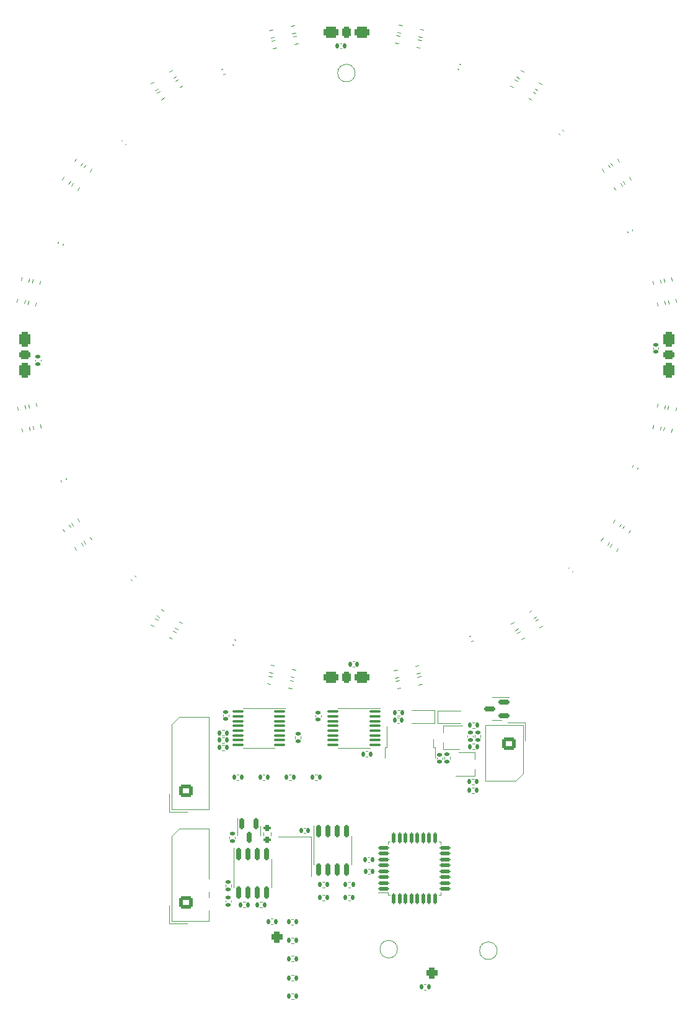
<source format=gbr>
%TF.GenerationSoftware,KiCad,Pcbnew,(6.0.11)*%
%TF.CreationDate,2024-02-10T16:44:09+09:00*%
%TF.ProjectId,IR,49522e6b-6963-4616-945f-706362585858,rev?*%
%TF.SameCoordinates,Original*%
%TF.FileFunction,Legend,Bot*%
%TF.FilePolarity,Positive*%
%FSLAX46Y46*%
G04 Gerber Fmt 4.6, Leading zero omitted, Abs format (unit mm)*
G04 Created by KiCad (PCBNEW (6.0.11)) date 2024-02-10 16:44:09*
%MOMM*%
%LPD*%
G01*
G04 APERTURE LIST*
G04 Aperture macros list*
%AMRoundRect*
0 Rectangle with rounded corners*
0 $1 Rounding radius*
0 $2 $3 $4 $5 $6 $7 $8 $9 X,Y pos of 4 corners*
0 Add a 4 corners polygon primitive as box body*
4,1,4,$2,$3,$4,$5,$6,$7,$8,$9,$2,$3,0*
0 Add four circle primitives for the rounded corners*
1,1,$1+$1,$2,$3*
1,1,$1+$1,$4,$5*
1,1,$1+$1,$6,$7*
1,1,$1+$1,$8,$9*
0 Add four rect primitives between the rounded corners*
20,1,$1+$1,$2,$3,$4,$5,0*
20,1,$1+$1,$4,$5,$6,$7,0*
20,1,$1+$1,$6,$7,$8,$9,0*
20,1,$1+$1,$8,$9,$2,$3,0*%
%AMRotRect*
0 Rectangle, with rotation*
0 The origin of the aperture is its center*
0 $1 length*
0 $2 width*
0 $3 Rotation angle, in degrees counterclockwise*
0 Add horizontal line*
21,1,$1,$2,0,0,$3*%
G04 Aperture macros list end*
%ADD10C,0.120000*%
%ADD11RoundRect,0.400000X0.176777X0.742462X-0.742462X-0.176777X-0.176777X-0.742462X0.742462X0.176777X0*%
%ADD12RoundRect,0.300000X-0.141421X0.565685X-0.565685X0.141421X0.141421X-0.565685X0.565685X-0.141421X0*%
%ADD13RotRect,1.800000X1.800000X33.750000*%
%ADD14C,1.800000*%
%ADD15RotRect,1.800000X1.800000X213.750000*%
%ADD16RoundRect,0.381000X-0.381000X0.381000X-0.381000X-0.381000X0.381000X-0.381000X0.381000X0.381000X0*%
%ADD17C,1.524000*%
%ADD18RotRect,1.800000X1.800000X191.250000*%
%ADD19RotRect,1.800000X1.800000X101.250000*%
%ADD20RotRect,1.800000X1.800000X11.300000*%
%ADD21R,1.600000X1.600000*%
%ADD22O,1.600000X1.600000*%
%ADD23RotRect,1.800000X1.800000X123.750000*%
%ADD24RoundRect,0.400000X-0.176777X-0.742462X0.742462X0.176777X0.176777X0.742462X-0.742462X-0.176777X0*%
%ADD25RoundRect,0.300000X0.141421X-0.565685X0.565685X-0.141421X-0.141421X0.565685X-0.565685X0.141421X0*%
%ADD26RotRect,1.800000X1.800000X326.250000*%
%ADD27RoundRect,0.400000X0.650000X0.400000X-0.650000X0.400000X-0.650000X-0.400000X0.650000X-0.400000X0*%
%ADD28RoundRect,0.300000X0.300000X0.500000X-0.300000X0.500000X-0.300000X-0.500000X0.300000X-0.500000X0*%
%ADD29RotRect,1.800000X1.800000X348.750000*%
%ADD30RotRect,1.800000X1.800000X146.250000*%
%ADD31RotRect,1.800000X1.800000X168.750000*%
%ADD32RotRect,1.800000X1.800000X56.250000*%
%ADD33RoundRect,0.400000X0.742462X-0.176777X-0.176777X0.742462X-0.742462X0.176777X0.176777X-0.742462X0*%
%ADD34RoundRect,0.300000X0.565685X0.141421X0.141421X0.565685X-0.565685X-0.141421X-0.141421X-0.565685X0*%
%ADD35RoundRect,0.400000X0.447448X0.618296X-0.753595X0.120808X-0.447448X-0.618296X0.753595X-0.120808X0*%
%ADD36RoundRect,0.300000X0.085822X0.576745X-0.468506X0.347135X-0.085822X-0.576745X0.468506X-0.347135X0*%
%ADD37RoundRect,0.400000X-0.742462X0.176777X0.176777X-0.742462X0.742462X-0.176777X-0.176777X0.742462X0*%
%ADD38RoundRect,0.300000X-0.565685X-0.141421X-0.141421X-0.565685X0.565685X0.141421X0.141421X0.565685X0*%
%ADD39RotRect,1.800000X1.800000X78.750000*%
%ADD40RoundRect,0.400000X-0.120808X0.753595X-0.618296X-0.447448X0.120808X-0.753595X0.618296X0.447448X0*%
%ADD41RoundRect,0.300000X-0.347135X0.468506X-0.576745X-0.085822X0.347135X-0.468506X0.576745X0.085822X0*%
%ADD42RotRect,1.800000X1.800000X236.250000*%
%ADD43RoundRect,0.400000X0.400000X-0.650000X0.400000X0.650000X-0.400000X0.650000X-0.400000X-0.650000X0*%
%ADD44RoundRect,0.300000X0.500000X-0.300000X0.500000X0.300000X-0.500000X0.300000X-0.500000X-0.300000X0*%
%ADD45RotRect,1.800000X1.800000X281.250000*%
%ADD46RoundRect,0.400000X-0.447448X-0.618296X0.753595X-0.120808X0.447448X0.618296X-0.753595X0.120808X0*%
%ADD47RoundRect,0.300000X-0.085822X-0.576745X0.468506X-0.347135X0.085822X0.576745X-0.468506X0.347135X0*%
%ADD48RotRect,1.800000X1.800000X258.750000*%
%ADD49RoundRect,0.400000X-0.753595X-0.120808X0.447448X-0.618296X0.753595X0.120808X-0.447448X0.618296X0*%
%ADD50RoundRect,0.300000X-0.468506X-0.347135X0.085822X-0.576745X0.468506X0.347135X-0.085822X0.576745X0*%
%ADD51RoundRect,0.400000X-0.400000X0.650000X-0.400000X-0.650000X0.400000X-0.650000X0.400000X0.650000X0*%
%ADD52RoundRect,0.300000X-0.500000X0.300000X-0.500000X-0.300000X0.500000X-0.300000X0.500000X0.300000X0*%
%ADD53RoundRect,0.400000X0.120808X-0.753595X0.618296X0.447448X-0.120808X0.753595X-0.618296X-0.447448X0*%
%ADD54RoundRect,0.300000X0.347135X-0.468506X0.576745X0.085822X-0.347135X0.468506X-0.576745X-0.085822X0*%
%ADD55RoundRect,0.400000X-0.618296X0.447448X-0.120808X-0.753595X0.618296X-0.447448X0.120808X0.753595X0*%
%ADD56RoundRect,0.300000X-0.576745X0.085822X-0.347135X-0.468506X0.576745X-0.085822X0.347135X0.468506X0*%
%ADD57RoundRect,0.400000X-0.650000X-0.400000X0.650000X-0.400000X0.650000X0.400000X-0.650000X0.400000X0*%
%ADD58RoundRect,0.300000X-0.300000X-0.500000X0.300000X-0.500000X0.300000X0.500000X-0.300000X0.500000X0*%
%ADD59RoundRect,0.381000X-0.381000X-0.381000X0.381000X-0.381000X0.381000X0.381000X-0.381000X0.381000X0*%
%ADD60RotRect,1.800000X1.800000X303.750000*%
%ADD61RoundRect,0.400000X0.753595X0.120808X-0.447448X0.618296X-0.753595X-0.120808X0.447448X-0.618296X0*%
%ADD62RoundRect,0.300000X0.468506X0.347135X-0.085822X0.576745X-0.468506X-0.347135X0.085822X-0.576745X0*%
%ADD63R,1.700000X1.700000*%
%ADD64O,1.700000X1.700000*%
%ADD65RoundRect,0.400000X0.618296X-0.447448X0.120808X0.753595X-0.618296X0.447448X-0.120808X-0.753595X0*%
%ADD66RoundRect,0.300000X0.576745X-0.085822X0.347135X0.468506X-0.576745X0.085822X-0.347135X-0.468506X0*%
%ADD67RoundRect,0.140000X0.219203X0.021213X0.021213X0.219203X-0.219203X-0.021213X-0.021213X-0.219203X0*%
%ADD68RoundRect,0.140000X-0.064287X-0.210635X0.194399X-0.103484X0.064287X0.210635X-0.194399X0.103484X0*%
%ADD69RoundRect,0.200000X-0.319076X-0.117540X0.013512X-0.339768X0.319076X0.117540X-0.013512X0.339768X0*%
%ADD70RoundRect,0.140000X0.140000X0.170000X-0.140000X0.170000X-0.140000X-0.170000X0.140000X-0.170000X0*%
%ADD71RoundRect,0.200000X-0.117540X0.319076X-0.339768X-0.013512X0.117540X-0.319076X0.339768X0.013512X0*%
%ADD72RoundRect,0.200000X0.319076X0.117540X-0.013512X0.339768X-0.319076X-0.117540X0.013512X-0.339768X0*%
%ADD73RoundRect,0.140000X-0.210635X0.064287X-0.103484X-0.194399X0.210635X-0.064287X0.103484X0.194399X0*%
%ADD74RoundRect,0.135000X-0.135000X-0.185000X0.135000X-0.185000X0.135000X0.185000X-0.135000X0.185000X0*%
%ADD75RoundRect,0.140000X-0.170000X0.140000X-0.170000X-0.140000X0.170000X-0.140000X0.170000X0.140000X0*%
%ADD76RoundRect,0.200000X-0.339768X0.013512X-0.117540X-0.319076X0.339768X-0.013512X0.117540X0.319076X0*%
%ADD77RoundRect,0.140000X0.194399X0.103484X-0.064287X0.210635X-0.194399X-0.103484X0.064287X-0.210635X0*%
%ADD78RoundRect,0.200000X0.339768X-0.013512X0.117540X0.319076X-0.339768X0.013512X-0.117540X-0.319076X0*%
%ADD79RoundRect,0.200000X0.249807X0.230698X-0.142507X0.308734X-0.249807X-0.230698X0.142507X-0.308734X0*%
%ADD80C,2.000000*%
%ADD81RoundRect,0.200000X0.013512X0.339768X-0.319076X0.117540X-0.013512X-0.339768X0.319076X-0.117540X0*%
%ADD82RoundRect,0.200000X-0.142507X-0.308734X0.249807X-0.230698X0.142507X0.308734X-0.249807X0.230698X0*%
%ADD83RoundRect,0.200000X0.230698X-0.249807X0.308734X0.142507X-0.230698X0.249807X-0.308734X-0.142507X0*%
%ADD84RoundRect,0.250000X0.675000X-0.600000X0.675000X0.600000X-0.675000X0.600000X-0.675000X-0.600000X0*%
%ADD85O,1.850000X1.700000*%
%ADD86RoundRect,0.200000X-0.230698X0.249807X-0.308734X-0.142507X0.230698X-0.249807X0.308734X0.142507X0*%
%ADD87RoundRect,0.200000X0.117540X-0.319076X0.339768X0.013512X-0.117540X0.319076X-0.339768X-0.013512X0*%
%ADD88RoundRect,0.140000X-0.194399X-0.103484X0.064287X-0.210635X0.194399X0.103484X-0.064287X0.210635X0*%
%ADD89RoundRect,0.135000X0.185000X-0.135000X0.185000X0.135000X-0.185000X0.135000X-0.185000X-0.135000X0*%
%ADD90RoundRect,0.135000X0.135000X0.185000X-0.135000X0.185000X-0.135000X-0.185000X0.135000X-0.185000X0*%
%ADD91RoundRect,0.140000X0.103484X-0.194399X0.210635X0.064287X-0.103484X0.194399X-0.210635X-0.064287X0*%
%ADD92R,1.000000X0.700000*%
%ADD93RoundRect,0.200000X0.142507X0.308734X-0.249807X0.230698X-0.142507X-0.308734X0.249807X-0.230698X0*%
%ADD94RoundRect,0.140000X0.064287X0.210635X-0.194399X0.103484X-0.064287X-0.210635X0.194399X-0.103484X0*%
%ADD95R,1.000000X1.000000*%
%ADD96RoundRect,0.200000X-0.308734X0.142507X-0.230698X-0.249807X0.308734X-0.142507X0.230698X0.249807X0*%
%ADD97RoundRect,0.140000X0.210635X-0.064287X0.103484X0.194399X-0.210635X0.064287X-0.103484X-0.194399X0*%
%ADD98RoundRect,0.140000X0.170000X-0.140000X0.170000X0.140000X-0.170000X0.140000X-0.170000X-0.140000X0*%
%ADD99RoundRect,0.140000X-0.021213X0.219203X-0.219203X0.021213X0.021213X-0.219203X0.219203X-0.021213X0*%
%ADD100RoundRect,0.200000X0.308734X-0.142507X0.230698X0.249807X-0.308734X0.142507X-0.230698X-0.249807X0*%
%ADD101RoundRect,0.200000X-0.275000X0.200000X-0.275000X-0.200000X0.275000X-0.200000X0.275000X0.200000X0*%
%ADD102RoundRect,0.135000X-0.185000X0.135000X-0.185000X-0.135000X0.185000X-0.135000X0.185000X0.135000X0*%
%ADD103RoundRect,0.200000X-0.013512X-0.339768X0.319076X-0.117540X0.013512X0.339768X-0.319076X0.117540X0*%
%ADD104RoundRect,0.150000X-0.150000X0.675000X-0.150000X-0.675000X0.150000X-0.675000X0.150000X0.675000X0*%
%ADD105R,1.800000X2.100000*%
%ADD106RoundRect,0.250000X-0.675000X0.600000X-0.675000X-0.600000X0.675000X-0.600000X0.675000X0.600000X0*%
%ADD107RoundRect,0.100000X0.637500X0.100000X-0.637500X0.100000X-0.637500X-0.100000X0.637500X-0.100000X0*%
%ADD108RoundRect,0.140000X-0.219203X-0.021213X-0.021213X-0.219203X0.219203X0.021213X0.021213X0.219203X0*%
%ADD109RoundRect,0.140000X-0.140000X-0.170000X0.140000X-0.170000X0.140000X0.170000X-0.140000X0.170000X0*%
%ADD110RoundRect,0.150000X-0.150000X0.587500X-0.150000X-0.587500X0.150000X-0.587500X0.150000X0.587500X0*%
%ADD111RoundRect,0.200000X-0.249807X-0.230698X0.142507X-0.308734X0.249807X0.230698X-0.142507X0.308734X0*%
%ADD112RoundRect,0.140000X-0.103484X0.194399X-0.210635X-0.064287X0.103484X-0.194399X0.210635X0.064287X0*%
%ADD113RoundRect,0.125000X-0.625000X-0.125000X0.625000X-0.125000X0.625000X0.125000X-0.625000X0.125000X0*%
%ADD114RoundRect,0.125000X-0.125000X-0.625000X0.125000X-0.625000X0.125000X0.625000X-0.125000X0.625000X0*%
%ADD115R,1.200000X2.200000*%
%ADD116R,5.800000X6.400000*%
%ADD117RoundRect,0.140000X0.021213X-0.219203X0.219203X-0.021213X-0.021213X0.219203X-0.219203X0.021213X0*%
%ADD118RoundRect,0.150000X0.587500X0.150000X-0.587500X0.150000X-0.587500X-0.150000X0.587500X-0.150000X0*%
G04 APERTURE END LIST*
D10*
%TO.C,C21*%
X108650810Y-109591692D02*
X108498307Y-109439189D01*
X108141693Y-110100809D02*
X107989190Y-109948306D01*
%TO.C,C16*%
X120332606Y-40338669D02*
X120531861Y-40256135D01*
X120608139Y-41003863D02*
X120807394Y-40921329D01*
%TO.C,R57*%
X163723013Y-42093743D02*
X164117558Y-42357370D01*
X163142442Y-42962628D02*
X163536987Y-43226255D01*
%TO.C,C25*%
X140587836Y-147849999D02*
X140372164Y-147849999D01*
X140587836Y-148569999D02*
X140372164Y-148569999D01*
%TO.C,R41*%
X173697371Y-105102441D02*
X173433744Y-105496986D01*
X174566256Y-105683012D02*
X174302629Y-106077557D01*
%TO.C,R89*%
X111673148Y-115530660D02*
X111278603Y-115267033D01*
X111092577Y-116399545D02*
X110698032Y-116135918D01*
%TO.C,C10*%
X176431330Y-62142605D02*
X176513864Y-62341860D01*
X175766136Y-62418138D02*
X175848670Y-62617393D01*
%TO.C,R104*%
X120436359Y-132259999D02*
X120743641Y-132259999D01*
X120436359Y-131499999D02*
X120743641Y-131499999D01*
%TO.C,R12*%
X134176360Y-152979999D02*
X134483642Y-152979999D01*
X134176360Y-153739999D02*
X134483642Y-153739999D01*
%TO.C,C31*%
X120600000Y-128388163D02*
X120600000Y-128603835D01*
X121320000Y-128388163D02*
X121320000Y-128603835D01*
%TO.C,R60*%
X174822629Y-55812441D02*
X175086256Y-56206986D01*
X173953744Y-56393012D02*
X174217371Y-56787557D01*
%TO.C,C22*%
X122021861Y-118903863D02*
X121822606Y-118821329D01*
X122297394Y-118238669D02*
X122098139Y-118156135D01*
%TO.C,R68*%
X172547737Y-54306925D02*
X172284110Y-53912380D01*
X173416622Y-53726354D02*
X173152995Y-53331809D01*
%TO.C,R70*%
X144716799Y-35774153D02*
X144251401Y-35681580D01*
X144512929Y-36799074D02*
X144047531Y-36706501D01*
%TO.C,TP1*%
X138630000Y-40819999D02*
G75*
G03*
X138630000Y-40819999I-1200000J0D01*
G01*
%TO.C,R40*%
X161717558Y-117912628D02*
X161323013Y-118176255D01*
X161136987Y-117043743D02*
X160742442Y-117307370D01*
%TO.C,C29*%
X120935000Y-153752163D02*
X120935000Y-153967835D01*
X121655000Y-153752163D02*
X121655000Y-153967835D01*
%TO.C,R8*%
X154646359Y-130229999D02*
X154953641Y-130229999D01*
X154646359Y-129469999D02*
X154953641Y-129469999D01*
%TO.C,R45*%
X172457371Y-104262441D02*
X172193744Y-104656986D01*
X173326256Y-104843012D02*
X173062629Y-105237557D01*
%TO.C,R47*%
X147299236Y-124288746D02*
X147764634Y-124196173D01*
X147095366Y-123263825D02*
X147560764Y-123171252D01*
%TO.C,R78*%
X94501253Y-69450763D02*
X94593826Y-68985365D01*
X95526174Y-69654633D02*
X95618747Y-69189235D01*
%TO.C,R61*%
X162899009Y-43341263D02*
X163293554Y-43604890D01*
X162318438Y-44210148D02*
X162712983Y-44473775D01*
%TO.C,J4*%
X113260000Y-156889999D02*
X113260000Y-154479999D01*
X118680000Y-156589999D02*
X113560000Y-156589999D01*
X114560000Y-143969999D02*
X118680000Y-143969999D01*
X118680000Y-143969999D02*
X118680000Y-156589999D01*
X113560000Y-144969999D02*
X114560000Y-143969999D01*
X113560000Y-156589999D02*
X113560000Y-144969999D01*
X115670000Y-156889999D02*
X113260000Y-156889999D01*
%TO.C,R42*%
X181858747Y-89369235D02*
X181766174Y-89834633D01*
X180833826Y-89165365D02*
X180741253Y-89630763D01*
%TO.C,R101*%
X114012442Y-116542628D02*
X114406987Y-116806255D01*
X114593013Y-115673743D02*
X114987558Y-115937370D01*
%TO.C,R73*%
X101129339Y-53473148D02*
X101392966Y-53078603D01*
X100260454Y-52892577D02*
X100524081Y-52498032D01*
%TO.C,C12*%
X152576068Y-40215017D02*
X152775323Y-40297551D01*
X152851601Y-39549823D02*
X153050856Y-39632357D01*
%TO.C,R38*%
X121680000Y-151903640D02*
X121680000Y-151596358D01*
X120920000Y-151903640D02*
X120920000Y-151596358D01*
%TO.C,R10*%
X127393641Y-156269999D02*
X127086359Y-156269999D01*
X127393641Y-157029999D02*
X127086359Y-157029999D01*
%TO.C,C18*%
X98671330Y-64327393D02*
X98753864Y-64128138D01*
X98006136Y-64051860D02*
X98088670Y-63852605D01*
%TO.C,R109*%
X133126360Y-137319998D02*
X133433642Y-137319998D01*
X133126360Y-136559998D02*
X133433642Y-136559998D01*
%TO.C,R56*%
X176066907Y-54992863D02*
X176330534Y-55387408D01*
X175198022Y-55573434D02*
X175461649Y-55967979D01*
%TO.C,R35*%
X122200000Y-145338640D02*
X122200000Y-145031358D01*
X121440000Y-145338640D02*
X121440000Y-145031358D01*
%TO.C,R105*%
X120426359Y-133259999D02*
X120733641Y-133259999D01*
X120426359Y-132499999D02*
X120733641Y-132499999D01*
%TO.C,Q3*%
X150665000Y-129889999D02*
X150665000Y-130799999D01*
X152815000Y-133109999D02*
X150665000Y-133109999D01*
X153240000Y-129889999D02*
X150665000Y-129889999D01*
X150665000Y-132199999D02*
X150665000Y-133109999D01*
%TO.C,R66*%
X145024634Y-34293825D02*
X144559236Y-34201252D01*
X144820764Y-35318746D02*
X144355366Y-35226173D01*
%TO.C,R65*%
X161061025Y-41557910D02*
X160666480Y-41294283D01*
X161641596Y-40689025D02*
X161247051Y-40425398D01*
%TO.C,R17*%
X144376359Y-128539999D02*
X144683641Y-128539999D01*
X144376359Y-127779999D02*
X144683641Y-127779999D01*
%TO.C,R79*%
X127544634Y-35903469D02*
X127079236Y-35996042D01*
X127340764Y-34878548D02*
X126875366Y-34971121D01*
%TO.C,C4*%
X154677394Y-118271329D02*
X154478139Y-118353863D01*
X154401861Y-117606135D02*
X154202606Y-117688669D01*
%TO.C,TP3*%
X158020000Y-160619999D02*
G75*
G03*
X158020000Y-160619999I-1200000J0D01*
G01*
%TO.C,D1*%
X149870000Y-129554999D02*
X153020000Y-129554999D01*
X149870000Y-127854999D02*
X153020000Y-127854999D01*
X149870000Y-129554999D02*
X149870000Y-127854999D01*
%TO.C,R9*%
X129916359Y-167239999D02*
X130223641Y-167239999D01*
X129916359Y-166479999D02*
X130223641Y-166479999D01*
%TO.C,R44*%
X160887558Y-116652628D02*
X160493013Y-116916255D01*
X160306987Y-115783743D02*
X159912442Y-116047370D01*
%TO.C,R95*%
X94106174Y-89115365D02*
X94198747Y-89580763D01*
X93081253Y-89319235D02*
X93173826Y-89784633D01*
%TO.C,C20*%
X99193864Y-96321860D02*
X99111330Y-96122605D01*
X98528670Y-96597393D02*
X98446136Y-96398138D01*
%TO.C,C1*%
X154710000Y-131457835D02*
X154710000Y-131242163D01*
X153990000Y-131457835D02*
X153990000Y-131242163D01*
%TO.C,C5*%
X168390810Y-108718306D02*
X168238307Y-108870809D01*
X167881693Y-108209189D02*
X167729190Y-108361692D01*
%TO.C,R87*%
X93613477Y-86638406D02*
X93520904Y-86173008D01*
X92588556Y-86842276D02*
X92495983Y-86376878D01*
%TO.C,R34*%
X126097500Y-144447741D02*
X126097500Y-144922257D01*
X127142500Y-144447741D02*
X127142500Y-144922257D01*
%TO.C,R54*%
X179861699Y-86394091D02*
X179954272Y-85928693D01*
X180886620Y-86597961D02*
X180979193Y-86132563D01*
%TO.C,R106*%
X122436359Y-136569999D02*
X122743641Y-136569999D01*
X122436359Y-137329999D02*
X122743641Y-137329999D01*
%TO.C,R82*%
X92518555Y-71617718D02*
X92425982Y-72083116D01*
X93543476Y-71821588D02*
X93450903Y-72286986D01*
%TO.C,R74*%
X94036174Y-69344633D02*
X94128747Y-68879235D01*
X93011253Y-69140763D02*
X93103826Y-68675365D01*
%TO.C,R46*%
X180378747Y-89069235D02*
X180286174Y-89534633D01*
X179353826Y-88865365D02*
X179261253Y-89330763D01*
%TO.C,R15*%
X134166359Y-151989999D02*
X134473641Y-151989999D01*
X134166359Y-151229999D02*
X134473641Y-151229999D01*
%TO.C,D2*%
X149490000Y-127829999D02*
X146340000Y-127829999D01*
X149490000Y-129529999D02*
X146340000Y-129529999D01*
X149490000Y-127829999D02*
X149490000Y-129529999D01*
%TO.C,R11*%
X150800001Y-134176355D02*
X150800001Y-134483637D01*
X151560001Y-134176355D02*
X151560001Y-134483637D01*
%TO.C,R100*%
X102392629Y-104132441D02*
X102656256Y-104526986D01*
X101523744Y-104713012D02*
X101787371Y-105107557D01*
%TO.C,Q1*%
X152350000Y-136749999D02*
X154925000Y-136749999D01*
X154925000Y-134439999D02*
X154925000Y-133529999D01*
X154925000Y-136749999D02*
X154925000Y-135839999D01*
X152775000Y-133529999D02*
X154925000Y-133529999D01*
%TO.C,R1*%
X154656359Y-132399999D02*
X154963641Y-132399999D01*
X154656359Y-133159999D02*
X154963641Y-133159999D01*
%TO.C,C8*%
X144637836Y-128810000D02*
X144422164Y-128810000D01*
X144637836Y-129530000D02*
X144422164Y-129530000D01*
%TO.C,R13*%
X137973641Y-151989999D02*
X137666359Y-151989999D01*
X137973641Y-151229999D02*
X137666359Y-151229999D01*
%TO.C,C30*%
X133930000Y-128492163D02*
X133930000Y-128707835D01*
X133210000Y-128492163D02*
X133210000Y-128707835D01*
%TO.C,R52*%
X162971135Y-115246255D02*
X163365680Y-114982628D01*
X162390564Y-114377370D02*
X162785109Y-114113743D01*
%TO.C,R3*%
X129916359Y-158859999D02*
X130223641Y-158859999D01*
X129916359Y-159619999D02*
X130223641Y-159619999D01*
%TO.C,R2*%
X129891359Y-156309999D02*
X130198641Y-156309999D01*
X129891359Y-157069999D02*
X130198641Y-157069999D01*
%TO.C,U22*%
X132990000Y-146949999D02*
X132990000Y-148899999D01*
X138110000Y-146949999D02*
X138110000Y-148899999D01*
X138110000Y-146949999D02*
X138110000Y-144999999D01*
X132990000Y-146949999D02*
X132990000Y-143499999D01*
%TO.C,R69*%
X160218573Y-42807064D02*
X159824028Y-42543437D01*
X160799144Y-41938179D02*
X160404599Y-41674552D01*
%TO.C,C26*%
X140647836Y-150149999D02*
X140432164Y-150149999D01*
X140647836Y-149429999D02*
X140432164Y-149429999D01*
%TO.C,C9*%
X180060000Y-78292163D02*
X180060000Y-78507835D01*
X179340000Y-78292163D02*
X179340000Y-78507835D01*
%TO.C,R76*%
X114628024Y-42774945D02*
X115022569Y-42511318D01*
X114047453Y-41906060D02*
X114441998Y-41642433D01*
%TO.C,R93*%
X112493148Y-114270658D02*
X112098603Y-114007031D01*
X111912577Y-115139543D02*
X111518032Y-114875916D01*
%TO.C,J3*%
X113260000Y-141639999D02*
X113260000Y-139229999D01*
X113560000Y-129719999D02*
X114560000Y-128719999D01*
X118680000Y-141339999D02*
X113560000Y-141339999D01*
X115670000Y-141639999D02*
X113260000Y-141639999D01*
X113560000Y-141339999D02*
X113560000Y-129719999D01*
X118680000Y-128719999D02*
X118680000Y-141339999D01*
X114560000Y-128719999D02*
X118680000Y-128719999D01*
%TO.C,R6*%
X148318641Y-165969999D02*
X148011359Y-165969999D01*
X148318641Y-165209999D02*
X148011359Y-165209999D01*
%TO.C,Y1*%
X128090000Y-145089999D02*
X132590000Y-145089999D01*
X132590000Y-145089999D02*
X132590000Y-150489999D01*
%TO.C,J1*%
X161830000Y-129499999D02*
X161830000Y-131909999D01*
X161530000Y-129799999D02*
X161530000Y-136419999D01*
X160530000Y-137419999D02*
X156410000Y-137419999D01*
X156410000Y-129799999D02*
X161530000Y-129799999D01*
X159420000Y-129499999D02*
X161830000Y-129499999D01*
X156410000Y-137419999D02*
X156410000Y-129799999D01*
X161530000Y-136419999D02*
X160530000Y-137419999D01*
%TO.C,U19*%
X125460000Y-132980999D02*
X123260000Y-132980999D01*
X125460000Y-132980999D02*
X127660000Y-132980999D01*
X125460000Y-127510999D02*
X123260000Y-127510999D01*
X125460000Y-127510999D02*
X129060000Y-127510999D01*
%TO.C,C11*%
X166409190Y-49028306D02*
X166561693Y-49180809D01*
X166918307Y-48519189D02*
X167070810Y-48671692D01*
%TO.C,R81*%
X99726256Y-55573012D02*
X99462629Y-55967557D01*
X98857371Y-54992441D02*
X98593744Y-55386986D01*
%TO.C,R59*%
X179871253Y-72139235D02*
X179963826Y-72604633D01*
X180896174Y-71935365D02*
X180988747Y-72400763D01*
%TO.C,R48*%
X163803013Y-116506255D02*
X164197558Y-116242628D01*
X163222442Y-115637370D02*
X163616987Y-115373743D01*
%TO.C,R86*%
X94008554Y-71927721D02*
X93915981Y-72393119D01*
X95033475Y-72131591D02*
X94940902Y-72596989D01*
%TO.C,C15*%
X136572164Y-37449999D02*
X136787836Y-37449999D01*
X136572164Y-36729999D02*
X136787836Y-36729999D01*
%TO.C,R14*%
X137963641Y-152979999D02*
X137656359Y-152979999D01*
X137963641Y-153739999D02*
X137656359Y-153739999D01*
%TO.C,R7*%
X129896359Y-163949999D02*
X130203641Y-163949999D01*
X129896359Y-164709999D02*
X130203641Y-164709999D01*
%TO.C,R84*%
X112528157Y-44178028D02*
X112133612Y-44441655D01*
X111947586Y-43309143D02*
X111553041Y-43572770D01*
%TO.C,C7*%
X149820000Y-134222163D02*
X149820000Y-134437835D01*
X150540000Y-134222163D02*
X150540000Y-134437835D01*
%TO.C,R67*%
X179375350Y-69657026D02*
X179282777Y-69191628D01*
X180400271Y-69453156D02*
X180307698Y-68987758D01*
%TO.C,R97*%
X113773013Y-116933743D02*
X114167558Y-117197370D01*
X113192442Y-117802628D02*
X113586987Y-118066255D01*
%TO.C,U18*%
X138440000Y-132994999D02*
X136240000Y-132994999D01*
X138440000Y-127524999D02*
X136240000Y-127524999D01*
X138440000Y-132994999D02*
X140640000Y-132994999D01*
X138440000Y-127524999D02*
X142040000Y-127524999D01*
%TO.C,R96*%
X101162629Y-104952441D02*
X101426256Y-105346986D01*
X100293744Y-105533012D02*
X100557371Y-105927557D01*
%TO.C,R85*%
X100107371Y-55822441D02*
X99843744Y-56216986D01*
X100976256Y-56403012D02*
X100712629Y-56797557D01*
%TO.C,R32*%
X140353641Y-133399999D02*
X140046359Y-133399999D01*
X140353641Y-134159999D02*
X140046359Y-134159999D01*
%TO.C,Q12*%
X122560000Y-144234999D02*
X122560000Y-144884999D01*
X125680000Y-144234999D02*
X125680000Y-143584999D01*
X122560000Y-144234999D02*
X122560000Y-142559999D01*
X125680000Y-144234999D02*
X125680000Y-144884999D01*
%TO.C,R75*%
X130125366Y-35843825D02*
X130590764Y-35751252D01*
X130329236Y-36868746D02*
X130794634Y-36776173D01*
%TO.C,C19*%
X94950000Y-80147835D02*
X94950000Y-79932163D01*
X95670000Y-80147835D02*
X95670000Y-79932163D01*
%TO.C,R90*%
X127046052Y-124228204D02*
X126580654Y-124135631D01*
X127249922Y-123203283D02*
X126784524Y-123110710D01*
%TO.C,R98*%
X129523010Y-124720901D02*
X129988408Y-124813474D01*
X129726880Y-123695980D02*
X130192278Y-123788553D01*
%TO.C,C6*%
X176538670Y-94382605D02*
X176456136Y-94581860D01*
X177203864Y-94658138D02*
X177121330Y-94857393D01*
%TO.C,U20*%
X143100000Y-145769999D02*
X143100000Y-146069999D01*
X150320000Y-145769999D02*
X150320000Y-146069999D01*
X150320000Y-152989999D02*
X150320000Y-152689999D01*
X143400000Y-145769999D02*
X143100000Y-145769999D01*
X150020000Y-152989999D02*
X150320000Y-152989999D01*
X150020000Y-145769999D02*
X150320000Y-145769999D01*
X143100000Y-152989999D02*
X143100000Y-152689999D01*
X143400000Y-152989999D02*
X143100000Y-152989999D01*
X143100000Y-152689999D02*
X141785000Y-152689999D01*
%TO.C,R4*%
X154995000Y-131478640D02*
X154995000Y-131171358D01*
X155755000Y-131478640D02*
X155755000Y-131171358D01*
%TO.C,R37*%
X123623641Y-154740000D02*
X123316359Y-154740000D01*
X123623641Y-153980000D02*
X123316359Y-153980000D01*
%TO.C,R58*%
X147286218Y-35825223D02*
X147751616Y-35917796D01*
X147490088Y-34800302D02*
X147955486Y-34892875D01*
%TO.C,R94*%
X127542278Y-121708553D02*
X127076880Y-121615980D01*
X127338408Y-122733474D02*
X126873010Y-122640901D01*
%TO.C,C3*%
X138517836Y-121139999D02*
X138302164Y-121139999D01*
X138517836Y-121859999D02*
X138302164Y-121859999D01*
%TO.C,C23*%
X131827836Y-144559999D02*
X131612164Y-144559999D01*
X131827836Y-143839999D02*
X131612164Y-143839999D01*
%TO.C,R31*%
X154853641Y-139099999D02*
X154546359Y-139099999D01*
X154853641Y-138339999D02*
X154546359Y-138339999D01*
%TO.C,R77*%
X101510457Y-53722578D02*
X101774084Y-53328033D01*
X102379342Y-54303149D02*
X102642969Y-53908604D01*
%TO.C,R88*%
X99759546Y-102852577D02*
X99495919Y-102458032D01*
X98890661Y-103433148D02*
X98627034Y-103038603D01*
%TO.C,U5*%
X142670000Y-132839999D02*
X142940000Y-132839999D01*
X149570000Y-132839999D02*
X149300000Y-132839999D01*
X142670000Y-134339999D02*
X142670000Y-132839999D01*
X149570000Y-134339999D02*
X149570000Y-132839999D01*
X149300000Y-132839999D02*
X149300000Y-131739999D01*
X142940000Y-132839999D02*
X142940000Y-130009999D01*
%TO.C,R80*%
X111693147Y-42919337D02*
X111298602Y-43182964D01*
X111112576Y-42050452D02*
X110718031Y-42314079D01*
%TO.C,R99*%
X95591442Y-88787722D02*
X95684015Y-89253120D01*
X94566521Y-88991592D02*
X94659094Y-89456990D01*
%TO.C,R62*%
X146995366Y-37296173D02*
X147460764Y-37388746D01*
X147199236Y-36271252D02*
X147664634Y-36363825D01*
%TO.C,R51*%
X146835366Y-121803825D02*
X147300764Y-121711252D01*
X147039236Y-122828746D02*
X147504634Y-122736173D01*
%TO.C,R71*%
X130031351Y-35410774D02*
X130496749Y-35318201D01*
X129827481Y-34385853D02*
X130292879Y-34293280D01*
%TO.C,R92*%
X100120660Y-102613146D02*
X99857033Y-102218601D01*
X100989545Y-102032575D02*
X100725918Y-101638030D01*
%TO.C,R50*%
X181331253Y-86690763D02*
X181423826Y-86225365D01*
X182356174Y-86894633D02*
X182448747Y-86429235D01*
%TO.C,R91*%
X95098747Y-86310763D02*
X95006174Y-85845365D01*
X94073826Y-86514633D02*
X93981253Y-86049235D01*
%TO.C,C17*%
X106709190Y-50071692D02*
X106861693Y-49919189D01*
X107218307Y-50580809D02*
X107370810Y-50428306D01*
%TO.C,R43*%
X144544634Y-123306173D02*
X144079236Y-123398746D01*
X144340764Y-122281252D02*
X143875366Y-122373825D01*
%TO.C,R103*%
X120446359Y-130499999D02*
X120753641Y-130499999D01*
X120446359Y-131259999D02*
X120753641Y-131259999D01*
%TO.C,R55*%
X182365224Y-71636217D02*
X182457797Y-72101615D01*
X181340303Y-71840087D02*
X181432876Y-72305485D01*
%TO.C,R72*%
X113212442Y-40647370D02*
X113606987Y-40383743D01*
X113793013Y-41516255D02*
X114187558Y-41252628D01*
%TO.C,R28*%
X154853641Y-137929999D02*
X154546359Y-137929999D01*
X154853641Y-137169999D02*
X154546359Y-137169999D01*
%TO.C,R36*%
X125898640Y-153954998D02*
X125591358Y-153954998D01*
X125898640Y-154714998D02*
X125591358Y-154714998D01*
%TO.C,R83*%
X127852038Y-37371443D02*
X127386640Y-37464016D01*
X127648168Y-36346522D02*
X127182770Y-36439095D01*
%TO.C,R39*%
X144834634Y-124766173D02*
X144369236Y-124858746D01*
X144630764Y-123741252D02*
X144165366Y-123833825D01*
%TO.C,R63*%
X180843826Y-69364633D02*
X180751253Y-68899235D01*
X181868747Y-69160763D02*
X181776174Y-68695365D01*
%TO.C,R64*%
X174667911Y-52901024D02*
X174404284Y-52506479D01*
X173799026Y-53481595D02*
X173535399Y-53087050D01*
%TO.C,R53*%
X174712629Y-102767557D02*
X174976256Y-102373012D01*
X173843744Y-102186986D02*
X174107371Y-101792441D01*
%TO.C,R108*%
X129576360Y-137319998D02*
X129883642Y-137319998D01*
X129576360Y-136559998D02*
X129883642Y-136559998D01*
%TO.C,R102*%
X130019236Y-122201252D02*
X130484634Y-122293825D01*
X129815366Y-123226173D02*
X130280764Y-123318746D01*
%TO.C,R49*%
X175972629Y-103587557D02*
X176236256Y-103193012D01*
X175103744Y-103006986D02*
X175367371Y-102612441D01*
%TO.C,TP2*%
X144400000Y-160419999D02*
G75*
G03*
X144400000Y-160419999I-1200000J0D01*
G01*
%TO.C,R33*%
X130440000Y-131673640D02*
X130440000Y-131366358D01*
X131200000Y-131673640D02*
X131200000Y-131366358D01*
%TO.C,Q2*%
X157970000Y-129169999D02*
X157320000Y-129169999D01*
X157970000Y-129169999D02*
X158620000Y-129169999D01*
X157970000Y-126049999D02*
X159645000Y-126049999D01*
X157970000Y-126049999D02*
X157320000Y-126049999D01*
%TO.C,U21*%
X127179999Y-150059999D02*
X127179999Y-152009999D01*
X127179999Y-150059999D02*
X127179999Y-148109999D01*
X122059999Y-150059999D02*
X122059999Y-146609999D01*
X122059999Y-150059999D02*
X122059999Y-152009999D01*
%TO.C,R5*%
X129896359Y-161319999D02*
X130203641Y-161319999D01*
X129896359Y-162079999D02*
X130203641Y-162079999D01*
%TO.C,R107*%
X125996359Y-137319999D02*
X126303641Y-137319999D01*
X125996359Y-136559999D02*
X126303641Y-136559999D01*
%TD*%
%LPC*%
D11*
%TO.C,U12*%
X107856369Y-46655723D03*
D12*
X106357303Y-48154789D03*
D11*
X104858237Y-49653855D03*
%TD*%
D13*
%TO.C,D13*%
X159447981Y-114445752D03*
D14*
X161559914Y-113034604D03*
%TD*%
D15*
%TO.C,D21*%
X115492026Y-44089183D03*
D14*
X113380093Y-45500331D03*
%TD*%
D16*
%TO.C,SW2*%
X149110000Y-163669999D03*
D17*
X146570000Y-163669999D03*
X144030000Y-163669999D03*
%TD*%
D18*
%TO.C,D20*%
X130627159Y-38356325D03*
D14*
X128135964Y-38851854D03*
%TD*%
D19*
%TO.C,D16*%
X178381128Y-72424600D03*
D14*
X177885599Y-69933405D03*
%TD*%
D20*
%TO.C,D12*%
X144310896Y-120180090D03*
D14*
X146801657Y-119682387D03*
%TD*%
D21*
%TO.C,SW1*%
X132235000Y-156684999D03*
D22*
X132235000Y-159224999D03*
X132235000Y-161764999D03*
X132235000Y-164304999D03*
X132235000Y-166844999D03*
X139855000Y-166844999D03*
X139855000Y-164304999D03*
X139855000Y-161764999D03*
X139855000Y-159224999D03*
X139855000Y-156684999D03*
%TD*%
D23*
%TO.C,D17*%
X172648310Y-57289473D03*
D14*
X171237162Y-55177540D03*
%TD*%
D24*
%TO.C,U3*%
X167083638Y-111879212D03*
D25*
X168582704Y-110380146D03*
D24*
X170081770Y-108881080D03*
%TD*%
D26*
%TO.C,D26*%
X113380098Y-113034604D03*
D14*
X115492031Y-114445752D03*
%TD*%
D27*
%TO.C,U10*%
X139590006Y-35267449D03*
D28*
X137470006Y-35267449D03*
D27*
X135350006Y-35267449D03*
%TD*%
D29*
%TO.C,D27*%
X128135964Y-119683040D03*
D14*
X130627159Y-120178569D03*
%TD*%
D30*
%TO.C,D18*%
X161559914Y-45500293D03*
D14*
X159447981Y-44089145D03*
%TD*%
D31*
%TO.C,D19*%
X146804048Y-38851854D03*
D14*
X144312853Y-38356325D03*
%TD*%
D32*
%TO.C,D14*%
X171237162Y-103357356D03*
D14*
X172648310Y-101245423D03*
%TD*%
D33*
%TO.C,U8*%
X170081769Y-49653817D03*
D34*
X168582703Y-48154751D03*
D33*
X167083637Y-46655685D03*
%TD*%
D35*
%TO.C,U11*%
X122590560Y-37805462D03*
D36*
X120631935Y-38616751D03*
D35*
X118673310Y-39428040D03*
%TD*%
D37*
%TO.C,U16*%
X104858242Y-108881080D03*
D38*
X106357308Y-110380146D03*
D37*
X107856374Y-111879212D03*
%TD*%
D39*
%TO.C,D15*%
X177885599Y-88601491D03*
D14*
X178381128Y-86110296D03*
%TD*%
D40*
%TO.C,U13*%
X97630590Y-60470791D03*
D41*
X96819301Y-62429416D03*
D40*
X96008012Y-64388041D03*
%TD*%
D42*
%TO.C,D22*%
X103702845Y-55177580D03*
D14*
X102291697Y-57289513D03*
%TD*%
D43*
%TO.C,U6*%
X181470005Y-81387449D03*
D44*
X181470005Y-79267449D03*
D43*
X181470005Y-77147449D03*
%TD*%
D45*
%TO.C,D24*%
X96558879Y-86110335D03*
D14*
X97054408Y-88601530D03*
%TD*%
D46*
%TO.C,U2*%
X152349452Y-120729436D03*
D47*
X154308077Y-119918147D03*
D46*
X156266702Y-119106858D03*
%TD*%
D48*
%TO.C,D23*%
X97054408Y-69933445D03*
D14*
X96558879Y-72424640D03*
%TD*%
D49*
%TO.C,U17*%
X118673310Y-119106858D03*
D50*
X120631935Y-119918147D03*
D49*
X122590560Y-120729436D03*
%TD*%
D51*
%TO.C,U14*%
X93470001Y-77147486D03*
D52*
X93470001Y-79267486D03*
D51*
X93470001Y-81387486D03*
%TD*%
D53*
%TO.C,U4*%
X177309416Y-98064144D03*
D54*
X178120705Y-96105519D03*
D53*
X178931994Y-94146894D03*
%TD*%
D55*
%TO.C,U15*%
X96008019Y-94146894D03*
D56*
X96819308Y-96105519D03*
D55*
X97630597Y-98064144D03*
%TD*%
D57*
%TO.C,U1*%
X135350006Y-123267448D03*
D58*
X137470006Y-123267448D03*
D57*
X139590006Y-123267448D03*
%TD*%
D59*
%TO.C,SW3*%
X127930000Y-158779999D03*
D17*
X124730000Y-161279999D03*
X127930000Y-163779999D03*
%TD*%
D60*
%TO.C,D25*%
X102291702Y-101245423D03*
D14*
X103702850Y-103357356D03*
%TD*%
D61*
%TO.C,U9*%
X156266702Y-39428040D03*
D62*
X154308077Y-38616751D03*
D61*
X152349452Y-37805462D03*
%TD*%
D63*
%TO.C,JP1*%
X118745000Y-154309999D03*
D64*
X118745000Y-151769999D03*
%TD*%
D65*
%TO.C,U7*%
X178931994Y-64388003D03*
D66*
X178120705Y-62429378D03*
D65*
X177309416Y-60470753D03*
%TD*%
D67*
%TO.C,C21*%
X108659411Y-110109410D03*
X107980589Y-109430588D03*
%TD*%
D68*
%TO.C,C16*%
X120126538Y-40813687D03*
X121013462Y-40446311D03*
%TD*%
D69*
%TO.C,R57*%
X162944038Y-42201654D03*
X164315962Y-43118344D03*
%TD*%
D70*
%TO.C,C25*%
X140960000Y-148209999D03*
X140000000Y-148209999D03*
%TD*%
D71*
%TO.C,R41*%
X174458345Y-104904037D03*
X173541655Y-106275961D03*
%TD*%
D72*
%TO.C,R89*%
X111871552Y-116291634D03*
X110499628Y-115374944D03*
%TD*%
D73*
%TO.C,C10*%
X175956312Y-61936537D03*
X176323688Y-62823461D03*
%TD*%
D74*
%TO.C,R104*%
X120080000Y-131879999D03*
X121100000Y-131879999D03*
%TD*%
%TO.C,R12*%
X133820001Y-153359999D03*
X134840001Y-153359999D03*
%TD*%
D75*
%TO.C,C31*%
X120960000Y-128015999D03*
X120960000Y-128975999D03*
%TD*%
D76*
%TO.C,R60*%
X174061655Y-55614037D03*
X174978345Y-56985961D03*
%TD*%
D77*
%TO.C,C22*%
X122503462Y-118713687D03*
X121616538Y-118346311D03*
%TD*%
D78*
%TO.C,R68*%
X173308711Y-54505329D03*
X172392021Y-53133405D03*
%TD*%
D79*
%TO.C,R70*%
X145191313Y-36401277D03*
X143573017Y-36079377D03*
%TD*%
D80*
%TO.C,TP1*%
X137430000Y-40819999D03*
%TD*%
D81*
%TO.C,R40*%
X161915962Y-117151654D03*
X160544038Y-118068344D03*
%TD*%
D75*
%TO.C,C29*%
X121295000Y-153379999D03*
X121295000Y-154339999D03*
%TD*%
D74*
%TO.C,R8*%
X154290000Y-129849999D03*
X155310000Y-129849999D03*
%TD*%
D71*
%TO.C,R45*%
X173218345Y-104064037D03*
X172301655Y-105435961D03*
%TD*%
D82*
%TO.C,R47*%
X146620852Y-123890949D03*
X148239148Y-123569049D03*
%TD*%
D83*
%TO.C,R78*%
X94899050Y-70129147D03*
X95220950Y-68510851D03*
%TD*%
D69*
%TO.C,R61*%
X162120034Y-43449174D03*
X163491958Y-44365864D03*
%TD*%
D84*
%TO.C,J4*%
X115470000Y-154029999D03*
D85*
X115470000Y-151529999D03*
X115470000Y-149029999D03*
X115470000Y-146529999D03*
%TD*%
D86*
%TO.C,R42*%
X181460950Y-88690851D03*
X181139050Y-90309147D03*
%TD*%
D69*
%TO.C,R101*%
X113814038Y-115781654D03*
X115185962Y-116698344D03*
%TD*%
D87*
%TO.C,R73*%
X100368365Y-53671552D03*
X101285055Y-52299628D03*
%TD*%
D88*
%TO.C,C12*%
X152370000Y-39739999D03*
X153256924Y-40107375D03*
%TD*%
D89*
%TO.C,R38*%
X121300000Y-152259999D03*
X121300000Y-151239999D03*
%TD*%
D90*
%TO.C,R10*%
X127750000Y-156649999D03*
X126730000Y-156649999D03*
%TD*%
D91*
%TO.C,C18*%
X98196312Y-64533461D03*
X98563688Y-63646537D03*
%TD*%
D74*
%TO.C,R109*%
X132770001Y-136939998D03*
X133790001Y-136939998D03*
%TD*%
D76*
%TO.C,R56*%
X175305933Y-54794459D03*
X176222623Y-56166383D03*
%TD*%
D89*
%TO.C,R35*%
X121820000Y-145694999D03*
X121820000Y-144674999D03*
%TD*%
D74*
%TO.C,R105*%
X120070000Y-132879999D03*
X121090000Y-132879999D03*
%TD*%
D92*
%TO.C,Q3*%
X152940000Y-130549999D03*
X152940000Y-132449999D03*
X150540000Y-131499999D03*
%TD*%
D79*
%TO.C,R66*%
X145499148Y-34920949D03*
X143880852Y-34599049D03*
%TD*%
D72*
%TO.C,R65*%
X161840000Y-41449999D03*
X160468076Y-40533309D03*
%TD*%
D74*
%TO.C,R17*%
X144020000Y-128159999D03*
X145040000Y-128159999D03*
%TD*%
D93*
%TO.C,R79*%
X128019148Y-35276345D03*
X126400852Y-35598245D03*
%TD*%
D94*
%TO.C,C4*%
X154883462Y-117796311D03*
X153996538Y-118163687D03*
%TD*%
D80*
%TO.C,TP3*%
X156820000Y-160619999D03*
%TD*%
D95*
%TO.C,D1*%
X150520000Y-128704999D03*
X153020000Y-128704999D03*
%TD*%
D74*
%TO.C,R9*%
X129560000Y-166859999D03*
X130580000Y-166859999D03*
%TD*%
D81*
%TO.C,R44*%
X161085962Y-115891654D03*
X159714038Y-116808344D03*
%TD*%
D96*
%TO.C,R95*%
X93479050Y-88640851D03*
X93800950Y-90259147D03*
%TD*%
D97*
%TO.C,C20*%
X99003688Y-96803461D03*
X98636312Y-95916537D03*
%TD*%
D98*
%TO.C,C1*%
X154350000Y-131829999D03*
X154350000Y-130869999D03*
%TD*%
D99*
%TO.C,C5*%
X168399411Y-108200588D03*
X167720589Y-108879410D03*
%TD*%
D100*
%TO.C,R87*%
X93215680Y-87316790D03*
X92893780Y-85698494D03*
%TD*%
D101*
%TO.C,R34*%
X126620000Y-143859999D03*
X126620000Y-145509999D03*
%TD*%
D83*
%TO.C,R54*%
X180259496Y-87072475D03*
X180581396Y-85454179D03*
%TD*%
D74*
%TO.C,R106*%
X122080000Y-136949999D03*
X123100000Y-136949999D03*
%TD*%
D86*
%TO.C,R82*%
X93145679Y-71143204D03*
X92823779Y-72761500D03*
%TD*%
D83*
%TO.C,R74*%
X93409050Y-69819147D03*
X93730950Y-68200851D03*
%TD*%
D86*
%TO.C,R46*%
X179980950Y-88390851D03*
X179659050Y-90009147D03*
%TD*%
D74*
%TO.C,R15*%
X133810000Y-151609999D03*
X134830000Y-151609999D03*
%TD*%
D95*
%TO.C,D2*%
X148840000Y-128679999D03*
X146340000Y-128679999D03*
%TD*%
D102*
%TO.C,R11*%
X151180001Y-133819996D03*
X151180001Y-134839996D03*
%TD*%
D76*
%TO.C,R100*%
X101631655Y-103934037D03*
X102548345Y-105305961D03*
%TD*%
D92*
%TO.C,Q1*%
X152650000Y-136089999D03*
X152650000Y-134189999D03*
X155050000Y-135139999D03*
%TD*%
D74*
%TO.C,R1*%
X154300000Y-132779999D03*
X155320000Y-132779999D03*
%TD*%
D70*
%TO.C,C8*%
X145010000Y-129170000D03*
X144050000Y-129170000D03*
%TD*%
D90*
%TO.C,R13*%
X138330000Y-151609999D03*
X137310000Y-151609999D03*
%TD*%
D75*
%TO.C,C30*%
X133570000Y-128119999D03*
X133570000Y-129079999D03*
%TD*%
D103*
%TO.C,R52*%
X162192160Y-115138344D03*
X163564084Y-114221654D03*
%TD*%
D74*
%TO.C,R3*%
X129560000Y-159239999D03*
X130580000Y-159239999D03*
%TD*%
%TO.C,R2*%
X129535000Y-156689999D03*
X130555000Y-156689999D03*
%TD*%
D104*
%TO.C,U22*%
X133645000Y-144324999D03*
X134915000Y-144324999D03*
X136185000Y-144324999D03*
X137455000Y-144324999D03*
X137455000Y-149574999D03*
X136185000Y-149574999D03*
X134915000Y-149574999D03*
X133645000Y-149574999D03*
%TD*%
D72*
%TO.C,R69*%
X160997548Y-42699153D03*
X159625624Y-41782463D03*
%TD*%
D70*
%TO.C,C26*%
X141020000Y-149789999D03*
X140060000Y-149789999D03*
%TD*%
D75*
%TO.C,C9*%
X179700000Y-77919999D03*
X179700000Y-78879999D03*
%TD*%
D103*
%TO.C,R76*%
X113849049Y-42667034D03*
X115220973Y-41750344D03*
%TD*%
D72*
%TO.C,R93*%
X112691552Y-115031632D03*
X111319628Y-114114942D03*
%TD*%
D84*
%TO.C,J3*%
X115470000Y-138779999D03*
D85*
X115470000Y-136279999D03*
X115470000Y-133779999D03*
X115470000Y-131279999D03*
%TD*%
D90*
%TO.C,R6*%
X148675000Y-165589999D03*
X147655000Y-165589999D03*
%TD*%
D105*
%TO.C,Y1*%
X131490000Y-146339999D03*
X131490000Y-149239999D03*
X129190000Y-149239999D03*
X129190000Y-146339999D03*
%TD*%
D106*
%TO.C,J1*%
X159620000Y-132359999D03*
D85*
X159620000Y-134859999D03*
%TD*%
D107*
%TO.C,U19*%
X128322500Y-127970999D03*
X128322500Y-128620999D03*
X128322500Y-129270999D03*
X128322500Y-129920999D03*
X128322500Y-130570999D03*
X128322500Y-131220999D03*
X128322500Y-131870999D03*
X128322500Y-132520999D03*
X122597500Y-132520999D03*
X122597500Y-131870999D03*
X122597500Y-131220999D03*
X122597500Y-130570999D03*
X122597500Y-129920999D03*
X122597500Y-129270999D03*
X122597500Y-128620999D03*
X122597500Y-127970999D03*
%TD*%
D108*
%TO.C,C11*%
X166400589Y-48510588D03*
X167079411Y-49189410D03*
%TD*%
D71*
%TO.C,R81*%
X99618345Y-54794037D03*
X98701655Y-56165961D03*
%TD*%
D96*
%TO.C,R59*%
X180269050Y-71460851D03*
X180590950Y-73079147D03*
%TD*%
D103*
%TO.C,R48*%
X163024038Y-116398344D03*
X164395962Y-115481654D03*
%TD*%
D86*
%TO.C,R86*%
X94635678Y-71453207D03*
X94313778Y-73071503D03*
%TD*%
D109*
%TO.C,C15*%
X136200000Y-37089999D03*
X137160000Y-37089999D03*
%TD*%
D90*
%TO.C,R14*%
X138320000Y-153359999D03*
X137300000Y-153359999D03*
%TD*%
D74*
%TO.C,R7*%
X129540000Y-164329999D03*
X130560000Y-164329999D03*
%TD*%
D81*
%TO.C,R84*%
X112726561Y-43417054D03*
X111354637Y-44333744D03*
%TD*%
D75*
%TO.C,C7*%
X150180000Y-133849999D03*
X150180000Y-134809999D03*
%TD*%
D100*
%TO.C,R67*%
X180002474Y-70131540D03*
X179680574Y-68513244D03*
%TD*%
D69*
%TO.C,R97*%
X112994038Y-117041654D03*
X114365962Y-117958344D03*
%TD*%
D107*
%TO.C,U18*%
X141302500Y-127984999D03*
X141302500Y-128634999D03*
X141302500Y-129284999D03*
X141302500Y-129934999D03*
X141302500Y-130584999D03*
X141302500Y-131234999D03*
X141302500Y-131884999D03*
X141302500Y-132534999D03*
X135577500Y-132534999D03*
X135577500Y-131884999D03*
X135577500Y-131234999D03*
X135577500Y-130584999D03*
X135577500Y-129934999D03*
X135577500Y-129284999D03*
X135577500Y-128634999D03*
X135577500Y-127984999D03*
%TD*%
D76*
%TO.C,R96*%
X100401655Y-104754037D03*
X101318345Y-106125961D03*
%TD*%
D71*
%TO.C,R85*%
X100868345Y-55624037D03*
X99951655Y-56995961D03*
%TD*%
D90*
%TO.C,R32*%
X140710000Y-133779999D03*
X139690000Y-133779999D03*
%TD*%
D110*
%TO.C,Q12*%
X123170000Y-143297499D03*
X125070000Y-143297499D03*
X124120000Y-145172499D03*
%TD*%
D82*
%TO.C,R75*%
X129650852Y-36470949D03*
X131269148Y-36149049D03*
%TD*%
D98*
%TO.C,C19*%
X95310000Y-80519999D03*
X95310000Y-79559999D03*
%TD*%
D79*
%TO.C,R90*%
X127724436Y-123830407D03*
X126106140Y-123508507D03*
%TD*%
D111*
%TO.C,R98*%
X129048496Y-124093777D03*
X130666792Y-124415677D03*
%TD*%
D112*
%TO.C,C6*%
X177013688Y-94176537D03*
X176646312Y-95063461D03*
%TD*%
D113*
%TO.C,U20*%
X142535000Y-152179999D03*
X142535000Y-151379999D03*
X142535000Y-150579999D03*
X142535000Y-149779999D03*
X142535000Y-148979999D03*
X142535000Y-148179999D03*
X142535000Y-147379999D03*
X142535000Y-146579999D03*
D114*
X143910000Y-145204999D03*
X144710000Y-145204999D03*
X145510000Y-145204999D03*
X146310000Y-145204999D03*
X147110000Y-145204999D03*
X147910000Y-145204999D03*
X148710000Y-145204999D03*
X149510000Y-145204999D03*
D113*
X150885000Y-146579999D03*
X150885000Y-147379999D03*
X150885000Y-148179999D03*
X150885000Y-148979999D03*
X150885000Y-149779999D03*
X150885000Y-150579999D03*
X150885000Y-151379999D03*
X150885000Y-152179999D03*
D114*
X149510000Y-153554999D03*
X148710000Y-153554999D03*
X147910000Y-153554999D03*
X147110000Y-153554999D03*
X146310000Y-153554999D03*
X145510000Y-153554999D03*
X144710000Y-153554999D03*
X143910000Y-153554999D03*
%TD*%
D89*
%TO.C,R4*%
X155375000Y-131834999D03*
X155375000Y-130814999D03*
%TD*%
D90*
%TO.C,R37*%
X123980000Y-154360000D03*
X122960000Y-154360000D03*
%TD*%
D111*
%TO.C,R58*%
X146811704Y-35198099D03*
X148430000Y-35519999D03*
%TD*%
D79*
%TO.C,R94*%
X128016792Y-122335677D03*
X126398496Y-122013777D03*
%TD*%
D70*
%TO.C,C3*%
X138890000Y-121499999D03*
X137930000Y-121499999D03*
%TD*%
%TO.C,C23*%
X132200000Y-144199999D03*
X131240000Y-144199999D03*
%TD*%
D90*
%TO.C,R31*%
X155210000Y-138719999D03*
X154190000Y-138719999D03*
%TD*%
D87*
%TO.C,R77*%
X101618368Y-54501553D03*
X102535058Y-53129629D03*
%TD*%
D78*
%TO.C,R88*%
X99651635Y-103631552D03*
X98734945Y-102259628D03*
%TD*%
D115*
%TO.C,U5*%
X143840000Y-131109999D03*
X146120000Y-131109999D03*
D116*
X146120000Y-137409999D03*
D115*
X148400000Y-131109999D03*
%TD*%
D81*
%TO.C,R80*%
X111891551Y-42158363D03*
X110519627Y-43075053D03*
%TD*%
D96*
%TO.C,R99*%
X94964318Y-88313208D03*
X95286218Y-89931504D03*
%TD*%
D111*
%TO.C,R62*%
X146520852Y-36669049D03*
X148139148Y-36990949D03*
%TD*%
D82*
%TO.C,R51*%
X146360852Y-122430949D03*
X147979148Y-122109049D03*
%TD*%
%TO.C,R71*%
X129352967Y-35012977D03*
X130971263Y-34691077D03*
%TD*%
D78*
%TO.C,R92*%
X100881634Y-102811550D03*
X99964944Y-101439626D03*
%TD*%
D83*
%TO.C,R50*%
X181729050Y-87369147D03*
X182050950Y-85750851D03*
%TD*%
D100*
%TO.C,R91*%
X94700950Y-86989147D03*
X94379050Y-85370851D03*
%TD*%
D117*
%TO.C,C17*%
X106700589Y-50589410D03*
X107379411Y-49910588D03*
%TD*%
D93*
%TO.C,R43*%
X145019148Y-122679049D03*
X143400852Y-123000949D03*
%TD*%
D74*
%TO.C,R103*%
X120090000Y-130879999D03*
X121110000Y-130879999D03*
%TD*%
D96*
%TO.C,R55*%
X181738100Y-71161703D03*
X182060000Y-72779999D03*
%TD*%
D103*
%TO.C,R72*%
X113014038Y-41408344D03*
X114385962Y-40491654D03*
%TD*%
D90*
%TO.C,R28*%
X155210000Y-137549999D03*
X154190000Y-137549999D03*
%TD*%
%TO.C,R36*%
X126254999Y-154334998D03*
X125234999Y-154334998D03*
%TD*%
D93*
%TO.C,R83*%
X128326552Y-36744319D03*
X126708256Y-37066219D03*
%TD*%
%TO.C,R39*%
X145309148Y-124139049D03*
X143690852Y-124460949D03*
%TD*%
D100*
%TO.C,R63*%
X181470950Y-69839147D03*
X181149050Y-68220851D03*
%TD*%
D78*
%TO.C,R64*%
X174560000Y-53679999D03*
X173643310Y-52308075D03*
%TD*%
D87*
%TO.C,R53*%
X173951655Y-102965961D03*
X174868345Y-101594037D03*
%TD*%
D74*
%TO.C,R108*%
X129220001Y-136939998D03*
X130240001Y-136939998D03*
%TD*%
D111*
%TO.C,R102*%
X129340852Y-122599049D03*
X130959148Y-122920949D03*
%TD*%
D87*
%TO.C,R49*%
X175211655Y-103785961D03*
X176128345Y-102414037D03*
%TD*%
D80*
%TO.C,TP2*%
X143200000Y-160419999D03*
%TD*%
D89*
%TO.C,R33*%
X130820000Y-132029999D03*
X130820000Y-131009999D03*
%TD*%
D118*
%TO.C,Q2*%
X158907500Y-126659999D03*
X158907500Y-128559999D03*
X157032500Y-127609999D03*
%TD*%
D104*
%TO.C,U21*%
X122714999Y-147434999D03*
X123984999Y-147434999D03*
X125254999Y-147434999D03*
X126524999Y-147434999D03*
X126524999Y-152684999D03*
X125254999Y-152684999D03*
X123984999Y-152684999D03*
X122714999Y-152684999D03*
%TD*%
D74*
%TO.C,R5*%
X129540000Y-161699999D03*
X130560000Y-161699999D03*
%TD*%
%TO.C,R107*%
X125640000Y-136939999D03*
X126660000Y-136939999D03*
%TD*%
M02*

</source>
